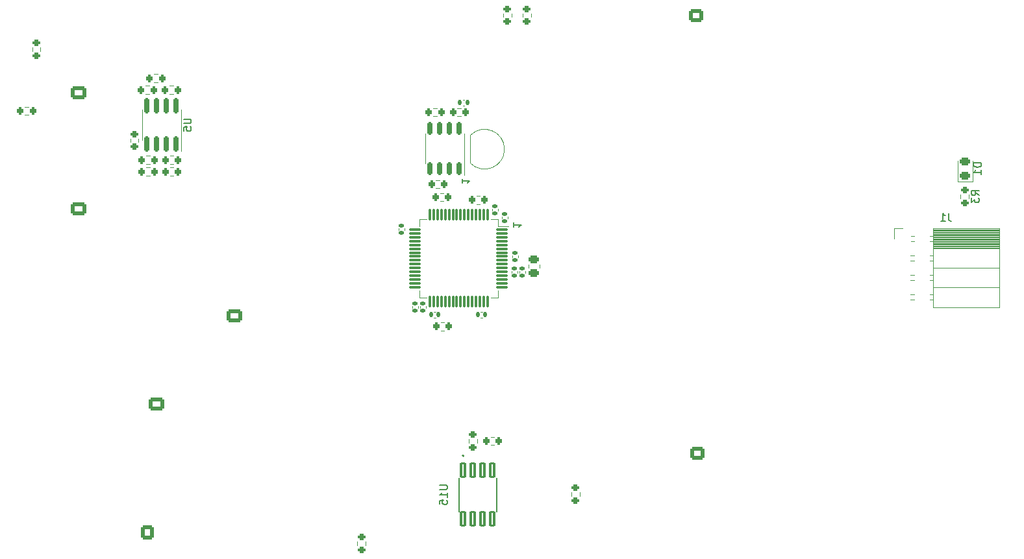
<source format=gbr>
%TF.GenerationSoftware,KiCad,Pcbnew,7.0.9*%
%TF.CreationDate,2024-12-19T19:35:33+09:00*%
%TF.ProjectId,01-MAIN,30312d4d-4149-44e2-9e6b-696361645f70,rev?*%
%TF.SameCoordinates,Original*%
%TF.FileFunction,Legend,Bot*%
%TF.FilePolarity,Positive*%
%FSLAX46Y46*%
G04 Gerber Fmt 4.6, Leading zero omitted, Abs format (unit mm)*
G04 Created by KiCad (PCBNEW 7.0.9) date 2024-12-19 19:35:33*
%MOMM*%
%LPD*%
G01*
G04 APERTURE LIST*
G04 Aperture macros list*
%AMRoundRect*
0 Rectangle with rounded corners*
0 $1 Rounding radius*
0 $2 $3 $4 $5 $6 $7 $8 $9 X,Y pos of 4 corners*
0 Add a 4 corners polygon primitive as box body*
4,1,4,$2,$3,$4,$5,$6,$7,$8,$9,$2,$3,0*
0 Add four circle primitives for the rounded corners*
1,1,$1+$1,$2,$3*
1,1,$1+$1,$4,$5*
1,1,$1+$1,$6,$7*
1,1,$1+$1,$8,$9*
0 Add four rect primitives between the rounded corners*
20,1,$1+$1,$2,$3,$4,$5,0*
20,1,$1+$1,$4,$5,$6,$7,0*
20,1,$1+$1,$6,$7,$8,$9,0*
20,1,$1+$1,$8,$9,$2,$3,0*%
G04 Aperture macros list end*
%ADD10C,0.150000*%
%ADD11C,0.120000*%
%ADD12C,0.127000*%
%ADD13C,0.200000*%
%ADD14C,0.800000*%
%ADD15C,6.400000*%
%ADD16RoundRect,0.250000X-0.725000X0.600000X-0.725000X-0.600000X0.725000X-0.600000X0.725000X0.600000X0*%
%ADD17O,1.950000X1.700000*%
%ADD18RoundRect,0.250000X0.725000X-0.600000X0.725000X0.600000X-0.725000X0.600000X-0.725000X-0.600000X0*%
%ADD19C,1.524000*%
%ADD20RoundRect,0.250000X-0.600000X-0.675000X0.600000X-0.675000X0.600000X0.675000X-0.600000X0.675000X0*%
%ADD21O,1.700000X1.850000*%
%ADD22C,3.200000*%
%ADD23RoundRect,0.250000X-0.675000X0.600000X-0.675000X-0.600000X0.675000X-0.600000X0.675000X0.600000X0*%
%ADD24O,1.850000X1.700000*%
%ADD25R,2.000000X2.000000*%
%ADD26C,2.000000*%
%ADD27R,1.700000X1.700000*%
%ADD28O,1.700000X1.700000*%
%ADD29RoundRect,0.200000X-0.275000X0.200000X-0.275000X-0.200000X0.275000X-0.200000X0.275000X0.200000X0*%
%ADD30RoundRect,0.140000X-0.170000X0.140000X-0.170000X-0.140000X0.170000X-0.140000X0.170000X0.140000X0*%
%ADD31RoundRect,0.200000X-0.200000X-0.275000X0.200000X-0.275000X0.200000X0.275000X-0.200000X0.275000X0*%
%ADD32RoundRect,0.200000X0.275000X-0.200000X0.275000X0.200000X-0.275000X0.200000X-0.275000X-0.200000X0*%
%ADD33RoundRect,0.200000X0.200000X0.275000X-0.200000X0.275000X-0.200000X-0.275000X0.200000X-0.275000X0*%
%ADD34RoundRect,0.075000X0.700000X0.075000X-0.700000X0.075000X-0.700000X-0.075000X0.700000X-0.075000X0*%
%ADD35RoundRect,0.075000X0.075000X0.700000X-0.075000X0.700000X-0.075000X-0.700000X0.075000X-0.700000X0*%
%ADD36RoundRect,0.140000X0.170000X-0.140000X0.170000X0.140000X-0.170000X0.140000X-0.170000X-0.140000X0*%
%ADD37RoundRect,0.243750X0.456250X-0.243750X0.456250X0.243750X-0.456250X0.243750X-0.456250X-0.243750X0*%
%ADD38RoundRect,0.250000X-0.450000X0.262500X-0.450000X-0.262500X0.450000X-0.262500X0.450000X0.262500X0*%
%ADD39RoundRect,0.150000X0.150000X-0.675000X0.150000X0.675000X-0.150000X0.675000X-0.150000X-0.675000X0*%
%ADD40R,1.500000X1.050000*%
%ADD41O,1.500000X1.050000*%
%ADD42RoundRect,0.140000X0.140000X0.170000X-0.140000X0.170000X-0.140000X-0.170000X0.140000X-0.170000X0*%
%ADD43RoundRect,0.147750X-0.259250X0.904250X-0.259250X-0.904250X0.259250X-0.904250X0.259250X0.904250X0*%
%ADD44RoundRect,0.150000X0.150000X-0.825000X0.150000X0.825000X-0.150000X0.825000X-0.150000X-0.825000X0*%
G04 APERTURE END LIST*
D10*
X111305180Y-95659411D02*
X111305180Y-96230839D01*
X111305180Y-95945125D02*
X112305180Y-95945125D01*
X112305180Y-95945125D02*
X112162323Y-96040363D01*
X112162323Y-96040363D02*
X112067085Y-96135601D01*
X112067085Y-96135601D02*
X112019466Y-96230839D01*
X104574180Y-89944411D02*
X104574180Y-90515839D01*
X104574180Y-90230125D02*
X105574180Y-90230125D01*
X105574180Y-90230125D02*
X105431323Y-90325363D01*
X105431323Y-90325363D02*
X105336085Y-90420601D01*
X105336085Y-90420601D02*
X105288466Y-90515839D01*
X172284819Y-87860336D02*
X171284819Y-87860336D01*
X171284819Y-87860336D02*
X171284819Y-88098431D01*
X171284819Y-88098431D02*
X171332438Y-88241288D01*
X171332438Y-88241288D02*
X171427676Y-88336526D01*
X171427676Y-88336526D02*
X171522914Y-88384145D01*
X171522914Y-88384145D02*
X171713390Y-88431764D01*
X171713390Y-88431764D02*
X171856247Y-88431764D01*
X171856247Y-88431764D02*
X172046723Y-88384145D01*
X172046723Y-88384145D02*
X172141961Y-88336526D01*
X172141961Y-88336526D02*
X172237200Y-88241288D01*
X172237200Y-88241288D02*
X172284819Y-88098431D01*
X172284819Y-88098431D02*
X172284819Y-87860336D01*
X172284819Y-89384145D02*
X172284819Y-88812717D01*
X172284819Y-89098431D02*
X171284819Y-89098431D01*
X171284819Y-89098431D02*
X171427676Y-89003193D01*
X171427676Y-89003193D02*
X171522914Y-88907955D01*
X171522914Y-88907955D02*
X171570533Y-88812717D01*
X171999819Y-92098333D02*
X171523628Y-91765000D01*
X171999819Y-91526905D02*
X170999819Y-91526905D01*
X170999819Y-91526905D02*
X170999819Y-91907857D01*
X170999819Y-91907857D02*
X171047438Y-92003095D01*
X171047438Y-92003095D02*
X171095057Y-92050714D01*
X171095057Y-92050714D02*
X171190295Y-92098333D01*
X171190295Y-92098333D02*
X171333152Y-92098333D01*
X171333152Y-92098333D02*
X171428390Y-92050714D01*
X171428390Y-92050714D02*
X171476009Y-92003095D01*
X171476009Y-92003095D02*
X171523628Y-91907857D01*
X171523628Y-91907857D02*
X171523628Y-91526905D01*
X170999819Y-92431667D02*
X170999819Y-93050714D01*
X170999819Y-93050714D02*
X171380771Y-92717381D01*
X171380771Y-92717381D02*
X171380771Y-92860238D01*
X171380771Y-92860238D02*
X171428390Y-92955476D01*
X171428390Y-92955476D02*
X171476009Y-93003095D01*
X171476009Y-93003095D02*
X171571247Y-93050714D01*
X171571247Y-93050714D02*
X171809342Y-93050714D01*
X171809342Y-93050714D02*
X171904580Y-93003095D01*
X171904580Y-93003095D02*
X171952200Y-92955476D01*
X171952200Y-92955476D02*
X171999819Y-92860238D01*
X171999819Y-92860238D02*
X171999819Y-92574524D01*
X171999819Y-92574524D02*
X171952200Y-92479286D01*
X171952200Y-92479286D02*
X171904580Y-92431667D01*
X101644819Y-129936905D02*
X102454342Y-129936905D01*
X102454342Y-129936905D02*
X102549580Y-129984524D01*
X102549580Y-129984524D02*
X102597200Y-130032143D01*
X102597200Y-130032143D02*
X102644819Y-130127381D01*
X102644819Y-130127381D02*
X102644819Y-130317857D01*
X102644819Y-130317857D02*
X102597200Y-130413095D01*
X102597200Y-130413095D02*
X102549580Y-130460714D01*
X102549580Y-130460714D02*
X102454342Y-130508333D01*
X102454342Y-130508333D02*
X101644819Y-130508333D01*
X102644819Y-131508333D02*
X102644819Y-130936905D01*
X102644819Y-131222619D02*
X101644819Y-131222619D01*
X101644819Y-131222619D02*
X101787676Y-131127381D01*
X101787676Y-131127381D02*
X101882914Y-131032143D01*
X101882914Y-131032143D02*
X101930533Y-130936905D01*
X101644819Y-132413095D02*
X101644819Y-131936905D01*
X101644819Y-131936905D02*
X102121009Y-131889286D01*
X102121009Y-131889286D02*
X102073390Y-131936905D01*
X102073390Y-131936905D02*
X102025771Y-132032143D01*
X102025771Y-132032143D02*
X102025771Y-132270238D01*
X102025771Y-132270238D02*
X102073390Y-132365476D01*
X102073390Y-132365476D02*
X102121009Y-132413095D01*
X102121009Y-132413095D02*
X102216247Y-132460714D01*
X102216247Y-132460714D02*
X102454342Y-132460714D01*
X102454342Y-132460714D02*
X102549580Y-132413095D01*
X102549580Y-132413095D02*
X102597200Y-132365476D01*
X102597200Y-132365476D02*
X102644819Y-132270238D01*
X102644819Y-132270238D02*
X102644819Y-132032143D01*
X102644819Y-132032143D02*
X102597200Y-131936905D01*
X102597200Y-131936905D02*
X102549580Y-131889286D01*
X167998333Y-94434819D02*
X167998333Y-95149104D01*
X167998333Y-95149104D02*
X168045952Y-95291961D01*
X168045952Y-95291961D02*
X168141190Y-95387200D01*
X168141190Y-95387200D02*
X168284047Y-95434819D01*
X168284047Y-95434819D02*
X168379285Y-95434819D01*
X166998333Y-95434819D02*
X167569761Y-95434819D01*
X167284047Y-95434819D02*
X167284047Y-94434819D01*
X167284047Y-94434819D02*
X167379285Y-94577676D01*
X167379285Y-94577676D02*
X167474523Y-94672914D01*
X167474523Y-94672914D02*
X167569761Y-94720533D01*
X68259819Y-82138095D02*
X69069342Y-82138095D01*
X69069342Y-82138095D02*
X69164580Y-82185714D01*
X69164580Y-82185714D02*
X69212200Y-82233333D01*
X69212200Y-82233333D02*
X69259819Y-82328571D01*
X69259819Y-82328571D02*
X69259819Y-82519047D01*
X69259819Y-82519047D02*
X69212200Y-82614285D01*
X69212200Y-82614285D02*
X69164580Y-82661904D01*
X69164580Y-82661904D02*
X69069342Y-82709523D01*
X69069342Y-82709523D02*
X68259819Y-82709523D01*
X68259819Y-83661904D02*
X68259819Y-83185714D01*
X68259819Y-83185714D02*
X68736009Y-83138095D01*
X68736009Y-83138095D02*
X68688390Y-83185714D01*
X68688390Y-83185714D02*
X68640771Y-83280952D01*
X68640771Y-83280952D02*
X68640771Y-83519047D01*
X68640771Y-83519047D02*
X68688390Y-83614285D01*
X68688390Y-83614285D02*
X68736009Y-83661904D01*
X68736009Y-83661904D02*
X68831247Y-83709523D01*
X68831247Y-83709523D02*
X69069342Y-83709523D01*
X69069342Y-83709523D02*
X69164580Y-83661904D01*
X69164580Y-83661904D02*
X69212200Y-83614285D01*
X69212200Y-83614285D02*
X69259819Y-83519047D01*
X69259819Y-83519047D02*
X69259819Y-83280952D01*
X69259819Y-83280952D02*
X69212200Y-83185714D01*
X69212200Y-83185714D02*
X69164580Y-83138095D01*
D11*
%TO.C,R12*%
X62371500Y-84694742D02*
X62371500Y-85169258D01*
X61326500Y-84694742D02*
X61326500Y-85169258D01*
%TO.C,C10*%
X112795000Y-102032164D02*
X112795000Y-102247836D01*
X112075000Y-102032164D02*
X112075000Y-102247836D01*
%TO.C,R5*%
X101724242Y-91817000D02*
X102198758Y-91817000D01*
X101724242Y-92862000D02*
X102198758Y-92862000D01*
%TO.C,R18*%
X109967500Y-68817258D02*
X109967500Y-68342742D01*
X111012500Y-68817258D02*
X111012500Y-68342742D01*
%TO.C,R15*%
X66975258Y-87994500D02*
X66500742Y-87994500D01*
X66975258Y-86949500D02*
X66500742Y-86949500D01*
%TO.C,U1*%
X109250000Y-105440000D02*
X109250000Y-104490000D01*
X109250000Y-96170000D02*
X110590000Y-96170000D01*
X109250000Y-95220000D02*
X109250000Y-96170000D01*
X108300000Y-105440000D02*
X109250000Y-105440000D01*
X108300000Y-95220000D02*
X109250000Y-95220000D01*
X99980000Y-105440000D02*
X99030000Y-105440000D01*
X99980000Y-95220000D02*
X99030000Y-95220000D01*
X99030000Y-105440000D02*
X99030000Y-104490000D01*
X99030000Y-95220000D02*
X99030000Y-96170000D01*
%TO.C,C6*%
X96327000Y-96659836D02*
X96327000Y-96444164D01*
X97047000Y-96659836D02*
X97047000Y-96444164D01*
%TO.C,R23*%
X108302742Y-123667500D02*
X108777258Y-123667500D01*
X108302742Y-124712500D02*
X108777258Y-124712500D01*
%TO.C,R7*%
X100799242Y-80730000D02*
X101273758Y-80730000D01*
X100799242Y-81775000D02*
X101273758Y-81775000D01*
%TO.C,C3*%
X110509000Y-94892164D02*
X110509000Y-95107836D01*
X109789000Y-94892164D02*
X109789000Y-95107836D01*
%TO.C,D1*%
X169220000Y-90283431D02*
X169220000Y-87598431D01*
X171140000Y-90283431D02*
X169220000Y-90283431D01*
X171140000Y-87598431D02*
X171140000Y-90283431D01*
%TO.C,R4*%
X101654758Y-91173000D02*
X101180242Y-91173000D01*
X101654758Y-90128000D02*
X101180242Y-90128000D01*
%TO.C,R22*%
X119902500Y-130872742D02*
X119902500Y-131347258D01*
X118857500Y-130872742D02*
X118857500Y-131347258D01*
%TO.C,R11*%
X66975258Y-89518500D02*
X66500742Y-89518500D01*
X66975258Y-88473500D02*
X66500742Y-88473500D01*
%TO.C,R20*%
X106522500Y-123952742D02*
X106522500Y-124427258D01*
X105477500Y-123952742D02*
X105477500Y-124427258D01*
%TO.C,R13*%
X66912258Y-78850500D02*
X66437742Y-78850500D01*
X66912258Y-77805500D02*
X66437742Y-77805500D01*
%TO.C,R6*%
X104448758Y-81775000D02*
X103974242Y-81775000D01*
X104448758Y-80730000D02*
X103974242Y-80730000D01*
%TO.C,C8*%
X109239000Y-93876164D02*
X109239000Y-94091836D01*
X108519000Y-93876164D02*
X108519000Y-94091836D01*
%TO.C,FB1*%
X114694000Y-101122936D02*
X114694000Y-101577064D01*
X113224000Y-101122936D02*
X113224000Y-101577064D01*
%TO.C,U4*%
X99746500Y-85993500D02*
X99746500Y-87943500D01*
X99746500Y-85993500D02*
X99746500Y-84043500D01*
X104866500Y-85993500D02*
X104866500Y-89443500D01*
X104866500Y-85993500D02*
X104866500Y-84043500D01*
%TO.C,Q1*%
X105663500Y-87878500D02*
X105663500Y-84278500D01*
X105675022Y-87916978D02*
G75*
G03*
X110113500Y-86078500I1838478J1838478D01*
G01*
X110113500Y-86078500D02*
G75*
G03*
X105675022Y-84240022I-2600000J0D01*
G01*
%TO.C,R3*%
X169592500Y-92502258D02*
X169592500Y-92027742D01*
X170637500Y-92502258D02*
X170637500Y-92027742D01*
%TO.C,R19*%
X113552500Y-68342742D02*
X113552500Y-68817258D01*
X112507500Y-68342742D02*
X112507500Y-68817258D01*
%TO.C,C11*%
X104882836Y-80370000D02*
X104667164Y-80370000D01*
X104882836Y-79650000D02*
X104667164Y-79650000D01*
%TO.C,R8*%
X63326742Y-77805500D02*
X63801258Y-77805500D01*
X63326742Y-78850500D02*
X63801258Y-78850500D01*
D12*
%TO.C,U15*%
X109060000Y-128975000D02*
X109060000Y-133375000D01*
X104210000Y-128975000D02*
X104210000Y-133375000D01*
D13*
X104830000Y-126095000D02*
G75*
G03*
X104830000Y-126095000I-100000J0D01*
G01*
D11*
%TO.C,R17*%
X47570742Y-80567500D02*
X48045258Y-80567500D01*
X47570742Y-81612500D02*
X48045258Y-81612500D01*
%TO.C,C9*%
X111779000Y-102004164D02*
X111779000Y-102219836D01*
X111059000Y-102004164D02*
X111059000Y-102219836D01*
%TO.C,C7*%
X98825000Y-106576164D02*
X98825000Y-106791836D01*
X98105000Y-106576164D02*
X98105000Y-106791836D01*
%TO.C,R1*%
X106442742Y-92187500D02*
X106917258Y-92187500D01*
X106442742Y-93232500D02*
X106917258Y-93232500D01*
%TO.C,C5*%
X99121000Y-106791836D02*
X99121000Y-106576164D01*
X99841000Y-106791836D02*
X99841000Y-106576164D01*
%TO.C,R10*%
X63389742Y-88473500D02*
X63864258Y-88473500D01*
X63389742Y-89518500D02*
X63864258Y-89518500D01*
%TO.C,C4*%
X107208836Y-108060000D02*
X106993164Y-108060000D01*
X107208836Y-107340000D02*
X106993164Y-107340000D01*
%TO.C,R16*%
X48555500Y-73262258D02*
X48555500Y-72787742D01*
X49600500Y-73262258D02*
X49600500Y-72787742D01*
%TO.C,J1*%
X174645000Y-106700000D02*
X166015000Y-106700000D01*
X174645000Y-104100000D02*
X166015000Y-104100000D01*
X174645000Y-101560000D02*
X166015000Y-101560000D01*
X174645000Y-99020000D02*
X166015000Y-99020000D01*
X174645000Y-98901900D02*
X166015000Y-98901900D01*
X174645000Y-98783805D02*
X166015000Y-98783805D01*
X174645000Y-98665710D02*
X166015000Y-98665710D01*
X174645000Y-98547615D02*
X166015000Y-98547615D01*
X174645000Y-98429520D02*
X166015000Y-98429520D01*
X174645000Y-98311425D02*
X166015000Y-98311425D01*
X174645000Y-98193330D02*
X166015000Y-98193330D01*
X174645000Y-98075235D02*
X166015000Y-98075235D01*
X174645000Y-97957140D02*
X166015000Y-97957140D01*
X174645000Y-97839045D02*
X166015000Y-97839045D01*
X174645000Y-97720950D02*
X166015000Y-97720950D01*
X174645000Y-97602855D02*
X166015000Y-97602855D01*
X174645000Y-97484760D02*
X166015000Y-97484760D01*
X174645000Y-97366665D02*
X166015000Y-97366665D01*
X174645000Y-97248570D02*
X166015000Y-97248570D01*
X174645000Y-97130475D02*
X166015000Y-97130475D01*
X174645000Y-97012380D02*
X166015000Y-97012380D01*
X174645000Y-96894285D02*
X166015000Y-96894285D01*
X174645000Y-96776190D02*
X166015000Y-96776190D01*
X174645000Y-96658095D02*
X166015000Y-96658095D01*
X174645000Y-96540000D02*
X166015000Y-96540000D01*
X174645000Y-96420000D02*
X174645000Y-106700000D01*
X174645000Y-96420000D02*
X166015000Y-96420000D01*
X166015000Y-105730000D02*
X165605000Y-105730000D01*
X166015000Y-105010000D02*
X165605000Y-105010000D01*
X166015000Y-103190000D02*
X165605000Y-103190000D01*
X166015000Y-102470000D02*
X165605000Y-102470000D01*
X166015000Y-100650000D02*
X165605000Y-100650000D01*
X166015000Y-99930000D02*
X165605000Y-99930000D01*
X166015000Y-98110000D02*
X165605000Y-98110000D01*
X166015000Y-97390000D02*
X165605000Y-97390000D01*
X166015000Y-96420000D02*
X166015000Y-106700000D01*
X163505000Y-105730000D02*
X163065000Y-105730000D01*
X163505000Y-105010000D02*
X163065000Y-105010000D01*
X163505000Y-103190000D02*
X163065000Y-103190000D01*
X163505000Y-102470000D02*
X163065000Y-102470000D01*
X163505000Y-100650000D02*
X163065000Y-100650000D01*
X163505000Y-99930000D02*
X163065000Y-99930000D01*
X163505000Y-98110000D02*
X163125000Y-98110000D01*
X163505000Y-97390000D02*
X163125000Y-97390000D01*
X162015000Y-96420000D02*
X160905000Y-96420000D01*
X160905000Y-96420000D02*
X160905000Y-97750000D01*
%TO.C,U5*%
X62845000Y-82900000D02*
X62845000Y-84850000D01*
X62845000Y-82900000D02*
X62845000Y-80950000D01*
X67965000Y-82900000D02*
X67965000Y-86350000D01*
X67965000Y-82900000D02*
X67965000Y-80950000D01*
%TO.C,R21*%
X90937500Y-137782258D02*
X90937500Y-137307742D01*
X91982500Y-137782258D02*
X91982500Y-137307742D01*
%TO.C,C1*%
X111146000Y-100183836D02*
X111146000Y-99968164D01*
X111866000Y-100183836D02*
X111866000Y-99968164D01*
%TO.C,R2*%
X102282258Y-109742500D02*
X101807742Y-109742500D01*
X102282258Y-108697500D02*
X101807742Y-108697500D01*
%TO.C,R14*%
X63864258Y-87994500D02*
X63389742Y-87994500D01*
X63864258Y-86949500D02*
X63389742Y-86949500D01*
%TO.C,C2*%
X101112836Y-108060000D02*
X100897164Y-108060000D01*
X101112836Y-107340000D02*
X100897164Y-107340000D01*
%TO.C,R9*%
X64880258Y-77326500D02*
X64405742Y-77326500D01*
X64880258Y-76281500D02*
X64405742Y-76281500D01*
%TD*%
%LPC*%
D14*
%TO.C,H2*%
X95902944Y-47702944D03*
X97600000Y-51800000D03*
X97600000Y-48405888D03*
X98302944Y-50102944D03*
D15*
X95902944Y-50102944D03*
D14*
X95902944Y-52502944D03*
X94205888Y-48405888D03*
X94205888Y-51800000D03*
X93502944Y-50102944D03*
%TD*%
D16*
%TO.C,J2*%
X64770000Y-119380000D03*
D17*
X64770000Y-121880000D03*
X64770000Y-124380000D03*
X64770000Y-126880000D03*
X64770000Y-129380000D03*
%TD*%
D18*
%TO.C,J7*%
X54610000Y-78740000D03*
D17*
X54610000Y-76240000D03*
X54610000Y-73740000D03*
X54610000Y-71240000D03*
%TD*%
D19*
%TO.C,U10*%
X47173000Y-96520000D03*
X47173000Y-99060000D03*
X47173000Y-101600000D03*
X47173000Y-104140000D03*
X49713000Y-101600000D03*
X49713000Y-104140000D03*
%TD*%
%TO.C,U14*%
X105410000Y-71120000D03*
X107950000Y-71120000D03*
X110490000Y-71120000D03*
X113030000Y-71120000D03*
X115570000Y-71120000D03*
X118110000Y-71120000D03*
X120650000Y-71120000D03*
X123190000Y-71120000D03*
%TD*%
D20*
%TO.C,J6*%
X63580000Y-136144000D03*
D21*
X66080000Y-136144000D03*
X68580000Y-136144000D03*
%TD*%
D19*
%TO.C,U6*%
X109220000Y-44450000D03*
X106680000Y-44450000D03*
X104140000Y-44450000D03*
X101600000Y-44450000D03*
X104140000Y-46990000D03*
X101600000Y-46990000D03*
%TD*%
%TO.C,U8*%
X47173000Y-71120000D03*
X47173000Y-73660000D03*
X47173000Y-76200000D03*
X47173000Y-78740000D03*
X49713000Y-76200000D03*
X49713000Y-78740000D03*
%TD*%
D22*
%TO.C,REF\u002A\u002A*%
X47000000Y-66000000D03*
%TD*%
D19*
%TO.C,U7*%
X96520000Y-156210000D03*
X99060000Y-156210000D03*
X101600000Y-156210000D03*
X104140000Y-156210000D03*
X101600000Y-153670000D03*
X104140000Y-153670000D03*
%TD*%
D23*
%TO.C,J3*%
X135270000Y-125810000D03*
D24*
X135270000Y-128310000D03*
X135270000Y-130810000D03*
%TD*%
D19*
%TO.C,U9*%
X47173000Y-83820000D03*
X47173000Y-86360000D03*
X47173000Y-88900000D03*
X47173000Y-91440000D03*
X49713000Y-88900000D03*
X49713000Y-91440000D03*
%TD*%
%TO.C,U13*%
X57150000Y-107950000D03*
X59690000Y-107950000D03*
X62230000Y-107950000D03*
X64770000Y-107950000D03*
X64770000Y-100330000D03*
X62230000Y-100330000D03*
X59690000Y-100330000D03*
X57150000Y-100330000D03*
%TD*%
D18*
%TO.C,J8*%
X54610000Y-93860000D03*
D17*
X54610000Y-91360000D03*
X54610000Y-88860000D03*
X54610000Y-86360000D03*
%TD*%
D22*
%TO.C,REF\u002A\u002A*%
X47000000Y-134000000D03*
%TD*%
D25*
%TO.C,BZ1*%
X94695000Y-66040000D03*
D26*
X99695000Y-66040000D03*
%TD*%
D23*
%TO.C,J4*%
X135128000Y-68660000D03*
D24*
X135128000Y-71160000D03*
X135128000Y-73660000D03*
%TD*%
D20*
%TO.C,J5*%
X63580000Y-64516000D03*
D21*
X66080000Y-64516000D03*
X68580000Y-64516000D03*
%TD*%
D22*
%TO.C,REF\u002A\u002A*%
X160900000Y-85000000D03*
%TD*%
%TO.C,REF\u002A\u002A*%
X160900000Y-115000000D03*
%TD*%
D19*
%TO.C,U11*%
X47173000Y-109220000D03*
X47173000Y-111760000D03*
X47173000Y-114300000D03*
X47173000Y-116840000D03*
X49713000Y-114300000D03*
X49713000Y-116840000D03*
%TD*%
D27*
%TO.C,U2*%
X116840000Y-140000000D03*
D28*
X116840000Y-137460000D03*
X116840000Y-134920000D03*
X116840000Y-132380000D03*
X116840000Y-129840000D03*
%TD*%
D19*
%TO.C,U12*%
X47173000Y-121920000D03*
X47173000Y-124460000D03*
X47173000Y-127000000D03*
X47173000Y-129540000D03*
X49713000Y-127000000D03*
X49713000Y-129540000D03*
%TD*%
D18*
%TO.C,J9*%
X74930000Y-107870000D03*
D17*
X74930000Y-105370000D03*
X74930000Y-102870000D03*
X74930000Y-100370000D03*
X74930000Y-97870000D03*
X74930000Y-95370000D03*
X74930000Y-92870000D03*
X74930000Y-90370000D03*
%TD*%
D27*
%TO.C,U3*%
X94000000Y-129925000D03*
D28*
X94000000Y-132465000D03*
X94000000Y-135005000D03*
X94000000Y-137545000D03*
X94000000Y-140085000D03*
%TD*%
D14*
%TO.C,H1*%
X93600000Y-150000000D03*
X94302944Y-148302944D03*
X94302944Y-151697056D03*
X96000000Y-147600000D03*
D15*
X96000000Y-150000000D03*
D14*
X96000000Y-152400000D03*
X97697056Y-148302944D03*
X97697056Y-151697056D03*
X98400000Y-150000000D03*
%TD*%
D29*
%TO.C,R12*%
X61849000Y-84107000D03*
X61849000Y-85757000D03*
%TD*%
D30*
%TO.C,C10*%
X112435000Y-101660000D03*
X112435000Y-102620000D03*
%TD*%
D31*
%TO.C,R5*%
X101136500Y-92339500D03*
X102786500Y-92339500D03*
%TD*%
D32*
%TO.C,R18*%
X110490000Y-69405000D03*
X110490000Y-67755000D03*
%TD*%
D33*
%TO.C,R15*%
X67563000Y-87472000D03*
X65913000Y-87472000D03*
%TD*%
D34*
%TO.C,U1*%
X109815000Y-96580000D03*
X109815000Y-97080000D03*
X109815000Y-97580000D03*
X109815000Y-98080000D03*
X109815000Y-98580000D03*
X109815000Y-99080000D03*
X109815000Y-99580000D03*
X109815000Y-100080000D03*
X109815000Y-100580000D03*
X109815000Y-101080000D03*
X109815000Y-101580000D03*
X109815000Y-102080000D03*
X109815000Y-102580000D03*
X109815000Y-103080000D03*
X109815000Y-103580000D03*
X109815000Y-104080000D03*
D35*
X107890000Y-106005000D03*
X107390000Y-106005000D03*
X106890000Y-106005000D03*
X106390000Y-106005000D03*
X105890000Y-106005000D03*
X105390000Y-106005000D03*
X104890000Y-106005000D03*
X104390000Y-106005000D03*
X103890000Y-106005000D03*
X103390000Y-106005000D03*
X102890000Y-106005000D03*
X102390000Y-106005000D03*
X101890000Y-106005000D03*
X101390000Y-106005000D03*
X100890000Y-106005000D03*
X100390000Y-106005000D03*
D34*
X98465000Y-104080000D03*
X98465000Y-103580000D03*
X98465000Y-103080000D03*
X98465000Y-102580000D03*
X98465000Y-102080000D03*
X98465000Y-101580000D03*
X98465000Y-101080000D03*
X98465000Y-100580000D03*
X98465000Y-100080000D03*
X98465000Y-99580000D03*
X98465000Y-99080000D03*
X98465000Y-98580000D03*
X98465000Y-98080000D03*
X98465000Y-97580000D03*
X98465000Y-97080000D03*
X98465000Y-96580000D03*
D35*
X100390000Y-94655000D03*
X100890000Y-94655000D03*
X101390000Y-94655000D03*
X101890000Y-94655000D03*
X102390000Y-94655000D03*
X102890000Y-94655000D03*
X103390000Y-94655000D03*
X103890000Y-94655000D03*
X104390000Y-94655000D03*
X104890000Y-94655000D03*
X105390000Y-94655000D03*
X105890000Y-94655000D03*
X106390000Y-94655000D03*
X106890000Y-94655000D03*
X107390000Y-94655000D03*
X107890000Y-94655000D03*
%TD*%
D36*
%TO.C,C6*%
X96687000Y-97032000D03*
X96687000Y-96072000D03*
%TD*%
D31*
%TO.C,R23*%
X107715000Y-124190000D03*
X109365000Y-124190000D03*
%TD*%
%TO.C,R7*%
X100211500Y-81252500D03*
X101861500Y-81252500D03*
%TD*%
D30*
%TO.C,C3*%
X110149000Y-94520000D03*
X110149000Y-95480000D03*
%TD*%
D37*
%TO.C,D1*%
X170180000Y-89535931D03*
X170180000Y-87660931D03*
%TD*%
D33*
%TO.C,R4*%
X102242500Y-90650500D03*
X100592500Y-90650500D03*
%TD*%
D29*
%TO.C,R22*%
X119380000Y-130285000D03*
X119380000Y-131935000D03*
%TD*%
D33*
%TO.C,R11*%
X67563000Y-88996000D03*
X65913000Y-88996000D03*
%TD*%
D29*
%TO.C,R20*%
X106000000Y-123365000D03*
X106000000Y-125015000D03*
%TD*%
D33*
%TO.C,R13*%
X67500000Y-78328000D03*
X65850000Y-78328000D03*
%TD*%
%TO.C,R6*%
X105036500Y-81252500D03*
X103386500Y-81252500D03*
%TD*%
D30*
%TO.C,C8*%
X108879000Y-93504000D03*
X108879000Y-94464000D03*
%TD*%
D38*
%TO.C,FB1*%
X113959000Y-100437500D03*
X113959000Y-102262500D03*
%TD*%
D39*
%TO.C,U4*%
X104211500Y-88618500D03*
X102941500Y-88618500D03*
X101671500Y-88618500D03*
X100401500Y-88618500D03*
X100401500Y-83368500D03*
X101671500Y-83368500D03*
X102941500Y-83368500D03*
X104211500Y-83368500D03*
%TD*%
D40*
%TO.C,Q1*%
X107513500Y-87348500D03*
D41*
X107513500Y-86078500D03*
X107513500Y-84808500D03*
%TD*%
D32*
%TO.C,R3*%
X170115000Y-93090000D03*
X170115000Y-91440000D03*
%TD*%
D29*
%TO.C,R19*%
X113030000Y-67755000D03*
X113030000Y-69405000D03*
%TD*%
D42*
%TO.C,C11*%
X105255000Y-80010000D03*
X104295000Y-80010000D03*
%TD*%
D31*
%TO.C,R8*%
X62739000Y-78328000D03*
X64389000Y-78328000D03*
%TD*%
D43*
%TO.C,U15*%
X104730000Y-128000000D03*
X106000000Y-128000000D03*
X107270000Y-128000000D03*
X108540000Y-128000000D03*
X108540000Y-134350000D03*
X107270000Y-134350000D03*
X106000000Y-134350000D03*
X104730000Y-134350000D03*
%TD*%
D31*
%TO.C,R17*%
X46983000Y-81090000D03*
X48633000Y-81090000D03*
%TD*%
D30*
%TO.C,C9*%
X111419000Y-101632000D03*
X111419000Y-102592000D03*
%TD*%
%TO.C,C7*%
X98465000Y-106204000D03*
X98465000Y-107164000D03*
%TD*%
D31*
%TO.C,R1*%
X105855000Y-92710000D03*
X107505000Y-92710000D03*
%TD*%
D36*
%TO.C,C5*%
X99481000Y-107164000D03*
X99481000Y-106204000D03*
%TD*%
D31*
%TO.C,R10*%
X62802000Y-88996000D03*
X64452000Y-88996000D03*
%TD*%
D42*
%TO.C,C4*%
X107581000Y-107700000D03*
X106621000Y-107700000D03*
%TD*%
D32*
%TO.C,R16*%
X49078000Y-73850000D03*
X49078000Y-72200000D03*
%TD*%
D27*
%TO.C,J1*%
X162015000Y-97750000D03*
D28*
X164555000Y-97750000D03*
X162015000Y-100290000D03*
X164555000Y-100290000D03*
X162015000Y-102830000D03*
X164555000Y-102830000D03*
X162015000Y-105370000D03*
X164555000Y-105370000D03*
%TD*%
D44*
%TO.C,U5*%
X67310000Y-85375000D03*
X66040000Y-85375000D03*
X64770000Y-85375000D03*
X63500000Y-85375000D03*
X63500000Y-80425000D03*
X64770000Y-80425000D03*
X66040000Y-80425000D03*
X67310000Y-80425000D03*
%TD*%
D32*
%TO.C,R21*%
X91460000Y-138370000D03*
X91460000Y-136720000D03*
%TD*%
D36*
%TO.C,C1*%
X111506000Y-100556000D03*
X111506000Y-99596000D03*
%TD*%
D33*
%TO.C,R2*%
X102870000Y-109220000D03*
X101220000Y-109220000D03*
%TD*%
%TO.C,R14*%
X64452000Y-87472000D03*
X62802000Y-87472000D03*
%TD*%
D42*
%TO.C,C2*%
X101485000Y-107700000D03*
X100525000Y-107700000D03*
%TD*%
D33*
%TO.C,R9*%
X65468000Y-76804000D03*
X63818000Y-76804000D03*
%TD*%
%LPD*%
M02*

</source>
